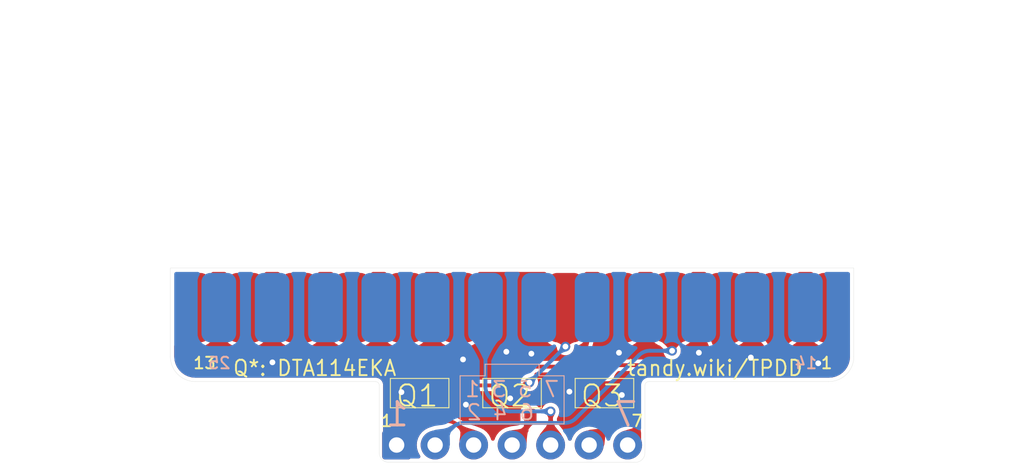
<source format=kicad_pcb>
(kicad_pcb (version 20240108) (generator "pcbnew") (generator_version "8.0")
  (layers (0 "F.Cu" signal "Top") (31 "B.Cu" signal "Bottom") (34 "B.Paste" user) (35 "F.Paste" user) (36 "B.SilkS" user "B.Silkscreen") (37 "F.SilkS" user "F.Silkscreen") (38 "B.Mask" user) (39 "F.Mask" user) (44 "Edge.Cuts" user))
  (net 0 "")
  (net 1 "/TXD")
  (net 2 "/RXD_TTL")
  (net 3 "/DTR")
  (net 4 "/CTS_TTL")
  (net 5 "/DSR_TTL")
  (net 6 "/RTS")
  (net 7 "/GND")
  (net 8 "/DSR")
  (net 9 "/CTS")
  (net 10 "/RXD")
  (footprint "000_LOCAL:SC-59" (layer "F.Cu") (at 149.666 90.7315 90)
    (property "Reference" "Q3" (at 0.5 -1.3 0) (layer "F.SilkS") (effects (font (size 1.1 1.1) (thickness 0.1)) (justify left top)))
    (property "Value" "DTA114EKA" (hide yes))
    (fp_line (start 0.762 -1.524) (end 0.762 1.516) (stroke (width 0.0508)) (layer "F.SilkS"))
    (fp_line (start -0.762 -1.524) (end 0.762 -1.524) (stroke (width 0.0508)) (layer "F.SilkS"))
    (fp_line (start -0.762 -1.524) (end -0.762 1.516) (stroke (width 0.0508)) (layer "F.SilkS"))
    (fp_line (start -0.762 1.516) (end 0.762 1.516) (stroke (width 0.0508)) (layer "F.SilkS"))
    (pad "1" smd roundrect (at -1.2 -0.95 90) (size 0.762 0.635) (layers "F.Cu" "F.Paste" "F.Mask") (net 7 "/GND"))
    (pad "2" smd roundrect (at -1.2 0.95 90) (size 0.762 0.635) (layers "F.Cu" "F.Paste" "F.Mask") (net 2 "/RXD_TTL"))
    (pad "3" smd roundrect (at 1.2 0 90) (size 0.762 0.635) (layers "F.Cu" "F.Paste" "F.Mask") (net 10 "/RXD"))
  )
  (footprint "000_LOCAL:SC-59" (layer "F.Cu") (at 144.866 90.7315 90)
    (property "Reference" "Q2" (at 0.5 -1.3 0) (layer "F.SilkS") (effects (font (size 1.1 1.1) (thickness 0.1)) (justify left top)))
    (property "Value" "DTA114EKA" (hide yes))
    (fp_line (start 0.762 -1.524) (end 0.762 1.516) (stroke (width 0.0508)) (layer "F.SilkS"))
    (fp_line (start -0.762 -1.524) (end 0.762 -1.524) (stroke (width 0.0508)) (layer "F.SilkS"))
    (fp_line (start -0.762 -1.524) (end -0.762 1.516) (stroke (width 0.0508)) (layer "F.SilkS"))
    (fp_line (start -0.762 1.516) (end 0.762 1.516) (stroke (width 0.0508)) (layer "F.SilkS"))
    (pad "1" smd roundrect (at -1.2 -0.95 90) (size 0.762 0.635) (layers "F.Cu" "F.Paste" "F.Mask") (net 7 "/GND"))
    (pad "2" smd roundrect (at -1.2 0.95 90) (size 0.762 0.635) (layers "F.Cu" "F.Paste" "F.Mask") (net 4 "/CTS_TTL"))
    (pad "3" smd roundrect (at 1.2 0 90) (size 0.762 0.635) (layers "F.Cu" "F.Paste" "F.Mask") (net 9 "/CTS"))
  )
  (footprint "000_LOCAL:DSUB-25_Male_EdgeMount_P2.77mm" (layer "F.Cu") (at 144.866 86.0315 180)
    (property "Reference" "J2" (hide yes))
    (property "Value" "DB25_Male" (hide yes))
    (fp_text user "25" (at 15.85 -3.49 0) (layer "B.SilkS") (effects (font (size 0.6 0.6) (thickness 0.1)) (justify right bottom mirror)))
    (fp_text user "14" (at -14.62 -3.49 0) (layer "B.SilkS") (effects (font (size 0.6 0.6) (thickness 0.1)) (justify right bottom mirror)))
    (fp_text user "13" (at 15.34 -3.49 0) (layer "F.SilkS") (effects (font (size 0.6 0.6) (thickness 0.1)) (justify right bottom)))
    (fp_text user "1" (at -16.69 -3.49 0) (layer "F.SilkS") (effects (font (size 0.6 0.6) (thickness 0.1)) (justify right bottom)))
    (pad "1" smd roundrect (at -16.62 -0.254 180) (size 1.8 3.6) (layers "F.Cu" "F.Mask"))
    (pad "2" smd roundrect (at -13.85 -0.254 180) (size 1.8 3.6) (layers "F.Cu" "F.Mask") (net 1 "/TXD"))
    (pad "3" smd roundrect (at -11.08 -0.254 180) (size 1.8 3.6) (layers "F.Cu" "F.Mask") (net 10 "/RXD"))
    (pad "4" smd roundrect (at -8.31 -0.254 180) (size 1.8 3.6) (layers "F.Cu" "F.Mask") (net 6 "/RTS"))
    (pad "5" smd roundrect (at -5.54 -0.254 180) (size 1.8 3.6) (layers "F.Cu" "F.Mask") (net 9 "/CTS"))
    (pad "6" smd roundrect (at -2.77 -0.254 180) (size 1.8 3.6) (layers "F.Cu" "F.Mask") (net 8 "/DSR"))
    (pad "7" smd roundrect (at 0 -0.254 180) (size 1.8 3.6) (layers "F.Cu" "F.Mask") (net 7 "/GND"))
    (pad "8" smd roundrect (at 2.77 -0.254 180) (size 1.8 3.6) (layers "F.Cu" "F.Mask"))
    (pad "9" smd roundrect (at 5.54 -0.254 180) (size 1.8 3.6) (layers "F.Cu" "F.Mask"))
    (pad "10" smd roundrect (at 8.31 -0.254 180) (size 1.8 3.6) (layers "F.Cu" "F.Mask"))
    (pad "11" smd roundrect (at 11.08 -0.254 180) (size 1.8 3.6) (layers "F.Cu" "F.Mask"))
    (pad "12" smd roundrect (at 13.85 -0.254 180) (size 1.8 3.6) (layers "F.Cu" "F.Mask"))
    (pad "13" smd roundrect (at 16.62 -0.254 180) (size 1.8 3.6) (layers "F.Cu" "F.Mask"))
    (pad "14" smd roundrect (at -15.235 -0.254 180) (size 1.8 3.6) (layers "B.Cu" "B.Mask"))
    (pad "15" smd roundrect (at -12.465 -0.254 180) (size 1.8 3.6) (layers "B.Cu" "B.Mask"))
    (pad "16" smd roundrect (at -9.695 -0.254 180) (size 1.8 3.6) (layers "B.Cu" "B.Mask"))
    (pad "17" smd roundrect (at -6.925 -0.254 180) (size 1.8 3.6) (layers "B.Cu" "B.Mask"))
    (pad "18" smd roundrect (at -4.155 -0.254 180) (size 1.8 3.6) (layers "B.Cu" "B.Mask"))
    (pad "19" smd roundrect (at -1.385 -0.254 180) (size 1.8 3.6) (layers "B.Cu" "B.Mask"))
    (pad "20" smd roundrect (at 1.385 -0.254 180) (size 1.8 3.6) (layers "B.Cu" "B.Mask") (net 3 "/DTR"))
    (pad "21" smd roundrect (at 4.155 -0.254 180) (size 1.8 3.6) (layers "B.Cu" "B.Mask"))
    (pad "22" smd roundrect (at 6.925 -0.254 180) (size 1.8 3.6) (layers "B.Cu" "B.Mask"))
    (pad "23" smd roundrect (at 9.695 -0.254 180) (size 1.8 3.6) (layers "B.Cu" "B.Mask"))
    (pad "24" smd roundrect (at 12.465 -0.254 180) (size 1.8 3.6) (layers "B.Cu" "B.Mask"))
    (pad "25" smd roundrect (at 15.235 -0.254 180) (size 1.8 3.6) (layers "B.Cu" "B.Mask"))
  )
  (footprint "000_LOCAL:pins_1x7_2mm" (layer "F.Cu") (at 144.866 93.4315)
    (property "Reference" "J1" (hide yes))
    (property "Value" "7 x wire pads" (hide yes))
    (fp_text user "1" (at -6.51 -1.253 0) (layer "F.SilkS") (effects (font (size 0.6 0.6) (thickness 0.1))))
    (fp_text user "7" (at 6.5 -1.253 0) (layer "F.SilkS") (effects (font (size 0.6 0.6) (thickness 0.1))))
    (pad "1" thru_hole roundrect (at -6 0 90) (size 1.5 1.5) (drill 0.8) (layers "*.Cu" "*.Mask") (roundrect_rratio 0.1) (net 7 "/GND"))
    (pad "2" thru_hole circle (at -4 0 90) (size 1.5 1.5) (drill 0.8) (layers "*.Cu" "*.Mask") (net 6 "/RTS"))
    (pad "3" thru_hole circle (at -2 0 90) (size 1.5 1.5) (drill 0.8) (layers "*.Cu" "*.Mask") (net 5 "/DSR_TTL"))
    (pad "4" thru_hole circle (at 0 0 90) (size 1.5 1.5) (drill 0.8) (layers "*.Cu" "*.Mask") (net 4 "/CTS_TTL"))
    (pad "5" thru_hole circle (at 2 0 90) (size 1.5 1.5) (drill 0.8) (layers "*.Cu" "*.Mask") (net 3 "/DTR"))
    (pad "6" thru_hole circle (at 4 0 90) (size 1.5 1.5) (drill 0.8) (layers "*.Cu" "*.Mask") (net 2 "/RXD_TTL"))
    (pad "7" thru_hole circle (at 6 0 90) (size 1.5 1.5) (drill 0.8) (layers "*.Cu" "*.Mask") (net 1 "/TXD"))
  )
  (footprint "000_LOCAL:SC-59" (layer "F.Cu") (at 140.066 90.7315 90)
    (property "Reference" "Q1" (at 0.5 -1.3 0) (layer "F.SilkS") (effects (font (size 1.1 1.1) (thickness 0.1)) (justify left top)))
    (property "Value" "DTA114EKA" (hide yes))
    (fp_line (start 0.762 -1.524) (end 0.762 1.516) (stroke (width 0.0508)) (layer "F.SilkS"))
    (fp_line (start -0.762 -1.524) (end 0.762 -1.524) (stroke (width 0.0508)) (layer "F.SilkS"))
    (fp_line (start -0.762 -1.524) (end -0.762 1.516) (stroke (width 0.0508)) (layer "F.SilkS"))
    (fp_line (start -0.762 1.516) (end 0.762 1.516) (stroke (width 0.0508)) (layer "F.SilkS"))
    (pad "1" smd roundrect (at -1.2 -0.95 90) (size 0.762 0.635) (layers "F.Cu" "F.Paste" "F.Mask") (net 7 "/GND"))
    (pad "2" smd roundrect (at -1.2 0.95 90) (size 0.762 0.635) (layers "F.Cu" "F.Paste" "F.Mask") (net 5 "/DSR_TTL"))
    (pad "3" smd roundrect (at 1.2 0 90) (size 0.762 0.635) (layers "F.Cu" "F.Paste" "F.Mask") (net 8 "/DSR"))
  )
  (gr_line (start 147.566 89.8315) (end 147.566 92.3315) (stroke (width 0.0508)) (layer "B.SilkS"))
  (gr_line (start 143.466 89.2315) (end 146.266 89.2315) (stroke (width 0.0508)) (layer "B.SilkS"))
  (gr_line (start 143.466 89.2315) (end 143.466 89.8315) (stroke (width 0.0508)) (layer "B.SilkS"))
  (gr_line (start 142.166 89.8315) (end 143.466 89.8315) (stroke (width 0.0508)) (layer "B.SilkS"))
  (gr_line (start 142.166 89.8315) (end 142.166 92.3315) (stroke (width 0.0508)) (layer "B.SilkS"))
  (gr_line (start 146.266 89.8315) (end 147.566 89.8315) (stroke (width 0.0508)) (layer "B.SilkS"))
  (gr_line (start 146.266 89.2315) (end 146.266 89.8315) (stroke (width 0.0508)) (layer "B.SilkS"))
  (gr_line (start 147.566 92.3315) (end 142.166 92.3315) (stroke (width 0.0508)) (layer "B.SilkS"))
  (gr_line (start 151.766 90.3315) (end 151.766 93.8315) (stroke (width 0.0127)) (layer "Edge.Cuts"))
  (gr_line (start 128.416 90.1315) (end 137.766 90.1315) (stroke (width 0.0127)) (layer "Edge.Cuts"))
  (gr_line (start 137.966 90.3315) (end 137.966 93.8315) (stroke (width 0.0127)) (layer "Edge.Cuts"))
  (gr_arc (start 162.616 88.8315) (mid 162.235239 89.750739) (end 161.316 90.1315) (stroke (width 0.0127)) (layer "Edge.Cuts"))
  (gr_arc (start 138.466 94.3315) (mid 138.112447 94.185053) (end 137.966 93.8315) (stroke (width 0.0127)) (layer "Edge.Cuts"))
  (gr_line (start 162.616 88.8315) (end 162.616 84.2315) (stroke (width 0.0127)) (layer "Edge.Cuts"))
  (gr_arc (start 151.766 93.8315) (mid 151.619553 94.185053) (end 151.266 94.3315) (stroke (width 0.0127)) (layer "Edge.Cuts"))
  (gr_line (start 151.966 90.1315) (end 161.316 90.1315) (stroke (width 0.0127)) (layer "Edge.Cuts"))
  (gr_line (start 127.116 84.2315) (end 162.616 84.2315) (stroke (width 0.0127)) (layer "Edge.Cuts"))
  (gr_arc (start 128.416 90.1315) (mid 127.496761 89.750739) (end 127.116 88.8315) (stroke (width 0.0127)) (layer "Edge.Cuts"))
  (gr_line (start 127.116 84.2315) (end 127.116 88.8315) (stroke (width 0.0127)) (layer "Edge.Cuts"))
  (gr_line (start 151.266 94.3315) (end 138.466 94.3315) (stroke (width 0.0127)) (layer "Edge.Cuts"))
  (gr_arc (start 137.766 90.1315) (mid 137.907421 90.190079) (end 137.966 90.3315) (stroke (width 0.0127)) (layer "Edge.Cuts"))
  (gr_arc (start 151.766 90.3315) (mid 151.824579 90.190079) (end 151.966 90.1315) (stroke (width 0.0127)) (layer "Edge.Cuts"))
  (gr_text "  6 4 2" (at 144.866 91.7315 0) (layer "B.SilkS") (effects (font (size 0.8 0.8) (thickness 0.1)) (justify mirror)))
  (gr_text "7" (at 150.7715 91.8315 0) (layer "B.SilkS") (effects (font (size 1.2192 1.2192) (thickness 0.1524)) (justify mirror)))
  (gr_text "7 5 3 1" (at 144.866 90.5315 0) (layer "B.SilkS") (effects (font (size 0.8 0.8) (thickness 0.1)) (justify mirror)))
  (gr_text "1" (at 138.897 91.8315 0) (layer "B.SilkS") (effects (font (size 1.2192 1.2192) (thickness 0.1524)) (justify mirror)))
  (gr_text "Q*: DTA114EKA                     tandy.wiki/TPDD" (at 145.166 89.4315 0) (layer "F.SilkS") (effects (font (size 0.8 0.75) (thickness 0.1))))
  (segment (start 158.716 88.7315) (end 158.716 86.2855) (width 0.2) (layer "F.Cu") (net 1))
  (segment (start 151.966 89.7815) (end 157.334629 89.7815) (width 0.2) (layer "F.Cu") (net 1))
  (segment (start 150.866 93.4315) (end 151.416 93.4315) (width 0.2) (layer "F.Cu") (net 1))
  (segment (start 157.900315 89.547185) (end 158.716 88.7315) (width 0.2) (layer "F.Cu") (net 1))
  (segment (start 151.416 93.4315) (end 151.416 90.3315) (width 0.2) (layer "F.Cu") (net 1))
  (arc (start 151.966 89.7815) (mid 151.577091 89.942591) (end 151.416 90.3315) (width 0.2) (layer "F.Cu") (net 1))
  (arc (start 157.334629 89.7815) (mid 157.640776 89.720603) (end 157.900315 89.547185) (width 0.2) (layer "F.Cu") (net 1))
  (segment (start 150.366 92.1815) (end 150.616 91.9315) (width 0.2) (layer "F.Cu") (net 2))
  (segment (start 150.116 92.1815) (end 150.366 92.1815) (width 0.2) (layer "F.Cu") (net 2))
  (segment (start 148.866 93.4315) (end 150.116 92.1815) (width 0.2) (layer "F.Cu") (net 2))
  (segment (start 146.866 91.6815) (end 146.866 93.4315) (width 0.2) (layer "F.Cu") (net 3))
  (via (at 146.866 91.6815) (size 0.5) (drill 0.3) (layers "F.Cu" "B.Cu") (net 3))
  (segment (start 143.481 90.390129) (end 143.481 86.5315) (width 0.2) (layer "B.Cu") (net 3))
  (segment (start 144.206685 91.447185) (end 143.715314 90.955814) (width 0.2) (layer "B.Cu") (net 3))
  (segment (start 146.866 91.6815) (end 144.772371 91.6815) (width 0.2) (layer "B.Cu") (net 3))
  (arc (start 144.206685 91.447185) (mid 144.466224 91.620604) (end 144.772371 91.6815) (width 0.2) (layer "B.Cu") (net 3))
  (arc (start 143.481 90.390129) (mid 143.541896 90.696275) (end 143.715314 90.955814) (width 0.2) (layer "B.Cu") (net 3))
  (segment (start 145.616 92.6815) (end 145.616 92.1315) (width 0.2) (layer "F.Cu") (net 4))
  (segment (start 144.866 93.4315) (end 145.616 92.6815) (width 0.2) (layer "F.Cu") (net 4))
  (segment (start 145.616 92.1315) (end 145.816 91.9315) (width 0.2) (layer "F.Cu") (net 4))
  (segment (start 141.266 92.1815) (end 141.484629 92.1815) (width 0.2) (layer "F.Cu") (net 5))
  (segment (start 142.050315 92.415815) (end 142.866 93.2315) (width 0.2) (layer "F.Cu") (net 5))
  (segment (start 141.016 91.9315) (end 141.266 92.1815) (width 0.2) (layer "F.Cu") (net 5))
  (segment (start 142.866 93.2315) (end 142.866 93.4315) (width 0.3) (layer "F.Cu") (net 5))
  (arc (start 141.484629 92.1815) (mid 141.790776 92.242397) (end 142.050315 92.415815) (width 0.2) (layer "F.Cu") (net 5))
  (segment (start 153.176 88.5315) (end 153.176 86.2855) (width 0.2) (layer "F.Cu") (net 6))
  (via (at 153.176 88.5315) (size 0.5) (drill 0.3) (layers "F.Cu" "B.Cu") (net 6))
  (segment (start 141.781685 92.515815) (end 140.866 93.4315) (width 0.2) (layer "B.Cu") (net 6))
  (segment (start 147.604629 92.2815) (end 142.347371 92.2815) (width 0.2) (layer "B.Cu") (net 6))
  (segment (start 151.451685 88.765815) (end 148.170314 92.047186) (width 0.2) (layer "B.Cu") (net 6))
  (segment (start 153.176 88.5315) (end 152.017371 88.5315) (width 0.2) (layer "B.Cu") (net 6))
  (arc (start 148.170314 92.047186) (mid 147.910775 92.220604) (end 147.604629 92.2815) (width 0.2) (layer "B.Cu") (net 6))
  (arc (start 151.451685 88.765815) (mid 151.711224 88.592396) (end 152.017371 88.5315) (width 0.2) (layer "B.Cu") (net 6))
  (arc (start 141.781685 92.515815) (mid 142.041224 92.342396) (end 142.347371 92.2815) (width 0.2) (layer "B.Cu") (net 6))
  (via (at 147.841 90.6565) (size 0.5) (drill 0.3) (layers "F.Cu" "B.Cu") (net 7))
  (via (at 144.766 91.0065) (size 0.5) (drill 0.3) (layers "F.Cu" "B.Cu") (net 7))
  (via (at 150.416 88.6315) (size 0.5) (drill 0.3) (layers "F.Cu" "B.Cu") (net 7))
  (via (at 144.566 88.5815) (size 0.5) (drill 0.3) (layers "F.Cu" "B.Cu") (net 7))
  (via (at 145.866 88.6815) (size 0.5) (drill 0.3) (layers "F.Cu" "B.Cu") (net 7))
  (via (at 142.466 91.3315) (size 0.5) (drill 0.3) (layers "F.Cu" "B.Cu") (net 7))
  (via (at 150.566 90.8315) (size 0.5) (drill 0.3) (layers "F.Cu" "B.Cu") (net 7))
  (via (at 139.116 90.6815) (size 0.5) (drill 0.3) (layers "F.Cu" "B.Cu") (net 7))
  (via (at 142.316 88.9815) (size 0.5) (drill 0.3) (layers "F.Cu" "B.Cu") (net 7))
  (via (at 154.566 88.6315) (size 0.5) (drill 0.3) (layers "F.Cu" "B.Cu") (net 7))
  (via (at 132.416 89.1315) (size 0.5) (drill 0.3) (layers "F.Cu" "B.Cu") (net 7))
  (via (at 160.766 89.1815) (size 0.5) (drill 0.3) (layers "F.Cu" "B.Cu") (net 7))
  (via (at 157.266 88.8815) (size 0.5) (drill 0.3) (layers "F.Cu" "B.Cu") (net 7))
  (segment (start 145.766 90.1815) (end 145.616 90.3315) (width 0.2) (layer "F.Cu") (net 8))
  (segment (start 141.509629 89.7815) (end 140.316 89.7815) (width 0.2) (layer "F.Cu") (net 8))
  (segment (start 147.636 88.3115) (end 147.636 86.2855) (width 0.2) (layer "F.Cu") (net 8))
  (segment (start 142.156685 90.097185) (end 142.075314 90.015814) (width 0.2) (layer "F.Cu") (net 8))
  (segment (start 145.616 90.3315) (end 142.722371 90.3315) (width 0.2) (layer "F.Cu") (net 8))
  (segment (start 140.316 89.7815) (end 140.066 89.5315) (width 0.2) (layer "F.Cu") (net 8))
  (via (at 147.636 88.3115) (size 0.5) (drill 0.3) (layers "F.Cu" "B.Cu") (net 8))
  (via (at 145.766 90.1815) (size 0.5) (drill 0.3) (layers "F.Cu" "B.Cu") (net 8))
  (arc (start 142.156685 90.097185) (mid 142.416224 90.270604) (end 142.722371 90.3315) (width 0.2) (layer "F.Cu") (net 8))
  (arc (start 142.075314 90.015814) (mid 141.815775 89.842396) (end 141.509629 89.7815) (width 0.2) (layer "F.Cu") (net 8))
  (segment (start 147.636 88.3115) (end 145.766 90.1815) (width 0.2) (layer "B.Cu") (net 8))
  (segment (start 145.041 89.3565) (end 147.959629 89.3565) (width 0.2) (layer "F.Cu") (net 9))
  (segment (start 150.406 87.2415) (end 150.406 86.2855) (width 0.2) (layer "F.Cu") (net 9))
  (segment (start 144.866 89.5315) (end 145.041 89.3565) (width 0.2) (layer "F.Cu") (net 9))
  (segment (start 148.525315 89.122185) (end 150.406 87.2415) (width 0.2) (layer "F.Cu") (net 9))
  (arc (start 147.959629 89.3565) (mid 148.265776 89.295603) (end 148.525315 89.122185) (width 0.2) (layer "F.Cu") (net 9))
  (segment (start 149.666 89.5315) (end 149.916 89.2815) (width 0.2) (layer "F.Cu") (net 10))
  (segment (start 155.290315 89.047185) (end 155.946 88.3915) (width 0.2) (layer "F.Cu") (net 10))
  (segment (start 149.916 89.2815) (end 154.724629 89.2815) (width 0.2) (layer "F.Cu") (net 10))
  (segment (start 155.946 88.3915) (end 155.946 86.2855) (width 0.2) (layer "F.Cu") (net 10))
  (arc (start 154.724629 89.2815) (mid 155.030776 89.220603) (end 155.290315 89.047185) (width 0.2) (layer "F.Cu") (net 10))
  (zone (net 7) (net_name "/GND") (layers "F&B.Cu") (connect_pads yes (clearance 0.2)) (min_thickness 0.2) (fill yes (thermal_gap 0.3) (thermal_bridge_width 0.4) (smoothing fillet) (radius 0.1))
    (polygon (pts (xy 162.616 94.3315) (xy 127.116 94.3315) (xy 127.116 84.2315) (xy 162.616 84.2315)))
  )
)
</source>
